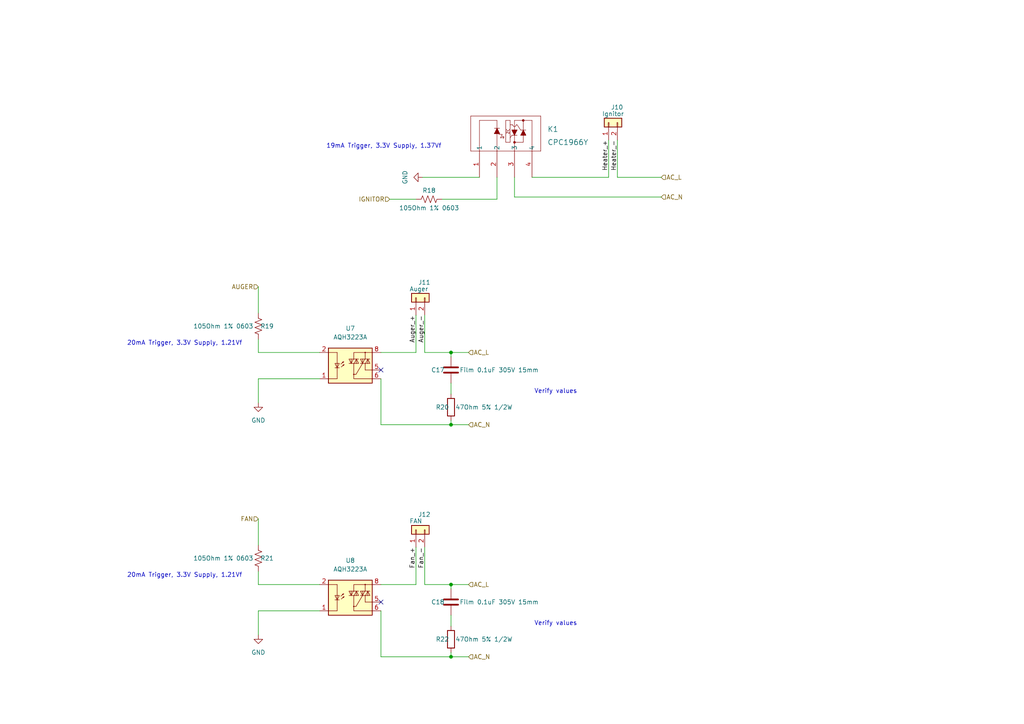
<source format=kicad_sch>
(kicad_sch (version 20211123) (generator eeschema)
  (paper "A4")
  (lib_symbols
    (symbol "CPC1966Y:CPC1966Y" (pin_names (offset 0.254))
      (property "Reference" "K" (at 12.954 7.112 0))
      (property "Value" "CPC1966Y" (at 20.32 5.08 0))
      (symbol "CPC1966Y_0_1"
        (polyline (pts (xy 7.62 -17.78) (xy 17.78 -17.78)) (stroke (width 0.127)))
        (polyline (pts (xy 7.62 -10.16) (xy 16.51 -10.16)) (stroke (width 0.127)))
        (polyline (pts (xy 7.62 0) (xy 16.51 0)) (stroke (width 0.127)))
        (polyline (pts (xy 7.62 2.54) (xy 7.62 -17.78)) (stroke (width 0.127)))
        (polyline (pts (xy 10.16 -12.7) (xy 16.51 -12.7)) (stroke (width 0.127)))
        (polyline (pts (xy 10.16 -10.16) (xy 10.16 -12.7)) (stroke (width 0.127)))
        (polyline (pts (xy 10.16 -8.89) (xy 16.51 -8.89)) (stroke (width 0.127)))
        (polyline (pts (xy 10.16 -7.62) (xy 10.16 -8.89)) (stroke (width 0.127)))
        (polyline (pts (xy 11.43 -6.096) (xy 11.684 -7.112)) (stroke (width 0.127)))
        (polyline (pts (xy 11.684 -7.112) (xy 11.176 -6.858)) (stroke (width 0.127)))
        (polyline (pts (xy 11.684 -7.112) (xy 11.938 -6.604)) (stroke (width 0.127)))
        (polyline (pts (xy 12.192 -11.938) (xy 12.192 -13.462)) (stroke (width 0.127)))
        (polyline (pts (xy 12.192 -11.938) (xy 13.716 -12.7)) (stroke (width 0.127)))
        (polyline (pts (xy 12.192 -10.16) (xy 13.716 -9.398)) (stroke (width 0.127)))
        (polyline (pts (xy 12.192 -9.398) (xy 11.43 -8.89)) (stroke (width 0.127)))
        (polyline (pts (xy 12.192 -9.398) (xy 12.192 -10.922)) (stroke (width 0.127)))
        (polyline (pts (xy 12.446 -6.604) (xy 11.43 -6.096)) (stroke (width 0.127)))
        (polyline (pts (xy 12.446 -5.588) (xy 12.446 -6.604)) (stroke (width 0.127)))
        (polyline (pts (xy 12.7 -7.874) (xy 13.208 -7.874)) (stroke (width 0.127)))
        (polyline (pts (xy 12.7 -4.318) (xy 12.7 -5.842)) (stroke (width 0.127)))
        (polyline (pts (xy 12.7 -4.318) (xy 12.7 -5.588)) (fill (type outline)))
        (polyline (pts (xy 12.7 -4.318) (xy 14.224 -5.08)) (stroke (width 0.127)))
        (polyline (pts (xy 13.208 -8.636) (xy 12.7 -8.636)) (stroke (width 0.127)))
        (polyline (pts (xy 13.208 -7.874) (xy 12.7 -8.636)) (stroke (width 0.127)))
        (polyline (pts (xy 13.462 -8.382) (xy 13.716 -8.636)) (stroke (width 0.127)))
        (polyline (pts (xy 13.462 -8.128) (xy 13.462 -8.382)) (stroke (width 0.127)))
        (polyline (pts (xy 13.716 -13.462) (xy 13.716 -11.938)) (stroke (width 0.127)))
        (polyline (pts (xy 13.716 -12.7) (xy 12.192 -13.462)) (stroke (width 0.127)))
        (polyline (pts (xy 13.716 -10.922) (xy 12.192 -10.16)) (stroke (width 0.127)))
        (polyline (pts (xy 13.716 -10.922) (xy 13.716 -9.398)) (stroke (width 0.127)))
        (polyline (pts (xy 13.716 -8.636) (xy 13.97 -8.636)) (stroke (width 0.127)))
        (polyline (pts (xy 13.716 -7.874) (xy 13.462 -8.128)) (stroke (width 0.127)))
        (polyline (pts (xy 13.97 -7.874) (xy 13.716 -7.874)) (stroke (width 0.127)))
        (polyline (pts (xy 14.224 -5.842) (xy 14.224 -4.318)) (stroke (width 0.127)))
        (polyline (pts (xy 14.224 -5.08) (xy 12.7 -5.842)) (stroke (width 0.127)))
        (polyline (pts (xy 15.24 -10.922) (xy 13.716 -11.938)) (stroke (width 0.127)))
        (polyline (pts (xy 15.24 -10.922) (xy 15.24 -10.668)) (stroke (width 0.127)))
        (polyline (pts (xy 15.24 -8.89) (xy 15.24 -9.652)) (stroke (width 0.127)))
        (polyline (pts (xy 16.51 -15.24) (xy 7.62 -15.24)) (stroke (width 0.127)))
        (polyline (pts (xy 16.51 -10.16) (xy 16.51 -15.24)) (stroke (width 0.127)))
        (polyline (pts (xy 16.51 -7.62) (xy 10.16 -7.62)) (stroke (width 0.127)))
        (polyline (pts (xy 16.51 -7.62) (xy 16.51 -8.89)) (stroke (width 0.127)))
        (polyline (pts (xy 16.51 -5.08) (xy 7.62 -5.08)) (stroke (width 0.127)))
        (polyline (pts (xy 16.51 0) (xy 16.51 -5.08)) (stroke (width 0.127)))
        (polyline (pts (xy 17.78 -17.78) (xy 17.78 2.54)) (stroke (width 0.127)))
        (polyline (pts (xy 17.78 2.54) (xy 7.62 2.54)) (stroke (width 0.127)))
        (polyline (pts (xy 12.192 -11.938) (xy 12.192 -13.462) (xy 13.716 -12.7)) (fill (type outline)))
        (polyline (pts (xy 12.7 -4.318) (xy 12.7 -5.842) (xy 14.224 -5.08)) (fill (type outline)))
        (polyline (pts (xy 13.716 -10.922) (xy 13.716 -9.398) (xy 12.192 -10.16)) (fill (type outline)))
        (circle (center 10.16 -10.16) (radius 0.2032) (stroke (width 0.3048)))
        (arc (start 15.24 -9.652) (mid 14.732 -10.16) (end 15.24 -10.668) (stroke (width 0.127)))
        (circle (center 16.51 -12.7) (radius 0.2032) (stroke (width 0.3048)))
        (pin unspecified line (at 0 0 0) (length 7.62) (name "1") (number "1"))
        (pin unspecified line (at 0 -5.08 0) (length 7.62) (name "2") (number "2"))
        (pin unspecified line (at 0 -10.16 0) (length 7.62) (name "3") (number "3"))
        (pin unspecified line (at 0 -15.24 0) (length 7.62) (name "4") (number "4"))
      )
    )
    (symbol "Connector_Generic:Conn_01x02" (pin_names (offset 1.016) hide)
      (property "Reference" "J" (at 0 2.54 0))
      (property "Value" "Conn_01x02" (at 0 -5.08 0))
      (symbol "Conn_01x02_1_1"
        (rectangle (start -1.27 -2.413) (end 0 -2.667) (stroke (width 0.1524)))
        (rectangle (start -1.27 0.127) (end 0 -0.127) (stroke (width 0.1524)))
        (rectangle (start -1.27 1.27) (end 1.27 -3.81) (stroke (width 0.254)) (fill (type background)))
        (pin passive line (at -5.08 0 0) (length 3.81) (name "Pin_1") (number "1"))
        (pin passive line (at -5.08 -2.54 0) (length 3.81) (name "Pin_2") (number "2"))
      )
    )
    (symbol "Device:C" (pin_numbers hide) (pin_names (offset 0.254))
      (property "Reference" "C" (at 0.635 2.54 0))
      (property "Value" "C" (at 0.635 -2.54 0))
      (symbol "C_0_1"
        (polyline (pts (xy -2.032 -0.762) (xy 2.032 -0.762)) (stroke (width 0.508)))
        (polyline (pts (xy -2.032 0.762) (xy 2.032 0.762)) (stroke (width 0.508)))
      )
      (symbol "C_1_1"
        (pin passive line (at 0 3.81 270) (length 2.794) (name "~") (number "1"))
        (pin passive line (at 0 -3.81 90) (length 2.794) (name "~") (number "2"))
      )
    )
    (symbol "Device:R" (pin_numbers hide) (pin_names (offset 0))
      (property "Reference" "R" (at 2.032 0 90))
      (property "Value" "R" (at 0 0 90))
      (symbol "R_0_1"
        (rectangle (start -1.016 -2.54) (end 1.016 2.54) (stroke (width 0.254)))
      )
      (symbol "R_1_1"
        (pin passive line (at 0 3.81 270) (length 1.27) (name "~") (number "1"))
        (pin passive line (at 0 -3.81 90) (length 1.27) (name "~") (number "2"))
      )
    )
    (symbol "Device:R_US" (pin_numbers hide) (pin_names (offset 0))
      (property "Reference" "R" (at 2.54 0 90))
      (property "Value" "R_US" (at -2.54 0 90))
      (symbol "R_US_0_1"
        (polyline (pts (xy 0 -2.286) (xy 0 -2.54)))
        (polyline (pts (xy 0 2.286) (xy 0 2.54)))
        (polyline (pts (xy 0 -0.762) (xy 1.016 -1.143) (xy 0 -1.524) (xy -1.016 -1.905) (xy 0 -2.286)))
        (polyline (pts (xy 0 0.762) (xy 1.016 0.381) (xy 0 0) (xy -1.016 -0.381) (xy 0 -0.762)))
        (polyline (pts (xy 0 2.286) (xy 1.016 1.905) (xy 0 1.524) (xy -1.016 1.143) (xy 0 0.762)))
      )
      (symbol "R_US_1_1"
        (pin passive line (at 0 3.81 270) (length 1.27) (name "~") (number "1"))
        (pin passive line (at 0 -3.81 90) (length 1.27) (name "~") (number "2"))
      )
    )
    (symbol "Relay_SolidState:AQH3223A"
      (property "Reference" "U" (at -5.08 5.08 0))
      (property "Value" "AQH3223A" (at 0 5.08 0))
      (symbol "AQH3223A_1_1"
        (rectangle (start -7.62 3.81) (end 5.08 -6.35) (stroke (width 0.254)) (fill (type background)))
        (circle (center -0.254 -3.81) (radius 0.127))
        (polyline (pts (xy -5.715 -1.905) (xy -4.445 -1.905)))
        (polyline (pts (xy -5.08 -5.08) (xy -7.62 -5.08)))
        (polyline (pts (xy -5.08 -1.905) (xy -5.08 -5.08)))
        (polyline (pts (xy -5.08 -0.635) (xy -5.08 -1.905)))
        (polyline (pts (xy -5.08 -0.635) (xy -5.08 2.54)))
        (polyline (pts (xy -5.08 2.54) (xy -7.493 2.54)))
        (polyline (pts (xy -3.3782 -0.2794) (xy -4.0132 -0.8128)))
        (polyline (pts (xy -3.2512 -1.1176) (xy -3.8862 -1.651)))
        (polyline (pts (xy -1.016 -0.635) (xy -1.016 0.635)))
        (polyline (pts (xy -0.254 -3.81) (xy 0.381 -3.81)))
        (polyline (pts (xy -0.254 -2.54) (xy -0.254 -5.08)))
        (polyline (pts (xy -0.254 -2.54) (xy -0.254 -0.635)))
        (polyline (pts (xy 0.381 -3.81) (xy 2.286 -0.635)))
        (polyline (pts (xy 0.508 0.635) (xy 0.508 -0.635)))
        (polyline (pts (xy 2.286 -0.635) (xy 2.286 0.635)))
        (polyline (pts (xy 3.048 -2.54) (xy 5.08 -2.54)))
        (polyline (pts (xy 3.048 -0.635) (xy 3.048 -2.54)))
        (polyline (pts (xy 3.048 2.54) (xy 3.048 0.635)))
        (polyline (pts (xy 3.81 0.635) (xy 3.81 -0.635)))
        (polyline (pts (xy 5.08 -5.08) (xy -0.254 -5.08)))
        (polyline (pts (xy 5.08 2.54) (xy 3.048 2.54)))
        (polyline (pts (xy 3.048 2.54) (xy -0.254 2.54) (xy -0.254 0.635)))
        (polyline (pts (xy -5.08 -1.905) (xy -5.715 -0.635) (xy -4.445 -0.635) (xy -5.08 -1.905)))
        (polyline (pts (xy -3.556 -0.254) (xy -3.3782 -0.4318) (xy -3.1496 -0.1016) (xy -3.556 -0.254)))
        (polyline (pts (xy -3.429 -1.0922) (xy -3.2512 -1.27) (xy -3.0226 -0.9398) (xy -3.429 -1.0922)))
        (polyline (pts (xy -1.651 -0.635) (xy 1.143 -0.635) (xy 0.508 0.635) (xy -0.127 -0.635)))
        (polyline (pts (xy 1.143 0.635) (xy -1.651 0.635) (xy -1.016 -0.635) (xy -0.381 0.635)))
        (polyline (pts (xy 1.651 -0.635) (xy 4.445 -0.635) (xy 3.81 0.635) (xy 3.175 -0.635)))
        (polyline (pts (xy 4.445 0.635) (xy 1.651 0.635) (xy 2.286 -0.635) (xy 2.921 0.635)))
        (circle (center 3.048 2.54) (radius 0.127))
        (pin passive line (at -10.16 -5.08 0) (length 2.54) (name "~") (number "1"))
        (pin passive line (at -10.16 2.54 0) (length 2.54) (name "~") (number "2"))
        (pin passive line (at -10.16 -5.08 0) (length 2.54) hide (name "~") (number "3"))
        (pin passive line (at -10.16 -5.08 0) (length 2.54) hide (name "~") (number "4"))
        (pin passive line (at 7.62 -2.54 180) (length 2.54) (name "~") (number "5"))
        (pin passive line (at 7.62 -5.08 180) (length 2.54) (name "~") (number "6"))
        (pin passive line (at 7.62 2.54 180) (length 2.54) (name "~") (number "8"))
      )
    )
    (symbol "power:GND" (power) (pin_names (offset 0))
      (property "Value" "GND" (at 0 -3.81 0))
      (symbol "GND_0_1"
        (polyline (pts (xy 0 0) (xy 0 -1.27) (xy 1.27 -1.27) (xy 0 -2.54) (xy -1.27 -1.27) (xy 0 -1.27)))
      )
      (symbol "GND_1_1"
        (pin power_in line (at 0 0 270) (length 0) hide (name "GND") (number "1"))
      )
    )
  )
  (junction (at 130.81 102.235))
  (junction (at 130.81 190.5))
  (junction (at 130.81 169.545))
  (junction (at 130.81 123.19))
  (no_connect (at 110.49 107.315))
  (no_connect (at 110.49 174.625))
  (wire (pts (xy 176.53 40.64) (xy 176.53 51.435)))
  (wire (pts (xy 123.19 169.545) (xy 130.81 169.545)))
  (wire (pts (xy 74.93 177.165) (xy 74.93 184.15)))
  (wire (pts (xy 179.07 51.435) (xy 191.77 51.435)))
  (wire (pts (xy 110.49 190.5) (xy 130.81 190.5)))
  (wire (pts (xy 123.19 91.44) (xy 123.19 102.235)))
  (wire (pts (xy 144.145 57.785) (xy 144.145 51.435)))
  (wire (pts (xy 92.71 177.165) (xy 74.93 177.165)))
  (wire (pts (xy 122.555 51.435) (xy 139.065 51.435)))
  (wire (pts (xy 110.49 123.19) (xy 130.81 123.19)))
  (wire (pts (xy 130.81 190.5) (xy 135.89 190.5)))
  (wire (pts (xy 130.81 121.92) (xy 130.81 123.19)))
  (wire (pts (xy 74.93 109.855) (xy 74.93 116.84)))
  (wire (pts (xy 74.93 102.235) (xy 74.93 98.425)))
  (wire (pts (xy 130.81 102.235) (xy 130.81 103.505)))
  (wire (pts (xy 130.81 169.545) (xy 135.89 169.545)))
  (wire (pts (xy 149.225 51.435) (xy 149.225 57.15)))
  (wire (pts (xy 128.27 57.785) (xy 144.145 57.785)))
  (wire (pts (xy 74.93 158.115) (xy 74.93 150.495)))
  (wire (pts (xy 123.19 158.75) (xy 123.19 169.545)))
  (wire (pts (xy 123.19 102.235) (xy 130.81 102.235)))
  (wire (pts (xy 120.65 91.44) (xy 120.65 102.235)))
  (wire (pts (xy 110.49 102.235) (xy 120.65 102.235)))
  (wire (pts (xy 74.93 169.545) (xy 92.71 169.545)))
  (wire (pts (xy 120.65 158.75) (xy 120.65 169.545)))
  (wire (pts (xy 110.49 169.545) (xy 120.65 169.545)))
  (wire (pts (xy 130.81 178.435) (xy 130.81 181.61)))
  (wire (pts (xy 74.93 102.235) (xy 92.71 102.235)))
  (wire (pts (xy 110.49 177.165) (xy 110.49 190.5)))
  (wire (pts (xy 92.71 109.855) (xy 74.93 109.855)))
  (wire (pts (xy 130.81 102.235) (xy 135.89 102.235)))
  (wire (pts (xy 130.81 189.23) (xy 130.81 190.5)))
  (wire (pts (xy 149.225 57.15) (xy 191.77 57.15)))
  (wire (pts (xy 179.07 40.64) (xy 179.07 51.435)))
  (wire (pts (xy 130.81 111.125) (xy 130.81 114.3)))
  (wire (pts (xy 130.81 169.545) (xy 130.81 170.815)))
  (wire (pts (xy 130.81 123.19) (xy 135.89 123.19)))
  (wire (pts (xy 110.49 109.855) (xy 110.49 123.19)))
  (wire (pts (xy 154.305 51.435) (xy 176.53 51.435)))
  (wire (pts (xy 74.93 90.805) (xy 74.93 83.185)))
  (wire (pts (xy 120.65 57.785) (xy 113.03 57.785)))
  (wire (pts (xy 74.93 169.545) (xy 74.93 165.735)))
  (text "20mA Trigger, 3.3V Supply, 1.21Vf" (at 36.83 100.33 0) (effects (font (size 1.27 1.27)) (justify left bottom)))
  (text "Verify values\n" (at 154.94 114.3 0) (effects (font (size 1.27 1.27)) (justify left bottom)))
  (text "Verify values\n" (at 154.94 181.61 0) (effects (font (size 1.27 1.27)) (justify left bottom)))
  (text "20mA Trigger, 3.3V Supply, 1.21Vf" (at 36.83 167.64 0) (effects (font (size 1.27 1.27)) (justify left bottom)))
  (text "19mA Trigger, 3.3V Supply, 1.37Vf" (at 94.615 43.18 0) (effects (font (size 1.27 1.27)) (justify left bottom)))
  (label "Heater_+" (at 176.53 40.64 270))
  (label "Fan_+" (at 120.65 158.75 270))
  (label "Auger_-" (at 123.19 91.44 270))
  (label "Auger_+" (at 120.65 91.44 270))
  (label "Heater_-" (at 179.07 40.64 270))
  (label "Fan_-" (at 123.19 158.75 270))
  (hierarchical_label "AC_N" (shape input) (at 135.89 190.5 0))
  (hierarchical_label "AC_L" (shape input) (at 135.89 102.235 0))
  (hierarchical_label "AC_L" (shape input) (at 191.77 51.435 0))
  (hierarchical_label "IGNITOR" (shape input) (at 113.03 57.785 180))
  (hierarchical_label "AC_N" (shape input) (at 135.89 123.19 0))
  (hierarchical_label "AC_L" (shape input) (at 135.89 169.545 0))
  (hierarchical_label "AUGER" (shape input) (at 74.93 83.185 180))
  (hierarchical_label "AC_N" (shape input) (at 191.77 57.15 0))
  (hierarchical_label "FAN" (shape input) (at 74.93 150.495 180))
  (symbol (lib_id "Connector_Generic:Conn_01x02") (at 120.65 153.67 90) (unit 1)
    (property "Reference" "J12" (at 121.285 149.225 90) (effects (justify right)))
    (property "Value" "FAN" (at 118.745 151.13 90) (effects (justify right)))
    (property "Footprint" "TestPoint:TestPoint_2Pads_Pitch5.08mm_Drill1.3mm" (effects hide))
  )
  (symbol (lib_id "Relay_SolidState:AQH3223A") (at 102.87 172.085 0) (unit 1)
    (property "Reference" "U8" (at 101.6 162.56 0))
    (property "Value" "AQH3223A" (at 101.6 165.1 0))
    (property "Footprint" "Package_SO:SSO-7-8_6.4x9.78mm_P2.54mm" (effects hide))
    (property "Datasheet" "https://b2b-api.panasonic.eu/file_stream/pids/fileversion/2787" (effects hide))
    (property "Manufacturer" "Panasonic Electric Works" (effects hide))
    (property "Manufacturer Part Number" "AQH3223A" (effects hide))
    (property "Vendor" "Digikey" (effects hide))
    (property "Vendor Part Number" "255-2663-ND" (effects hide))
  )
  (symbol (lib_id "Device:C") (at 130.81 107.315 0) (unit 1)
    (property "Reference" "C17" (at 127 107.315 0))
    (property "Value" "Film 0.1uF 305V 15mm" (at 144.78 107.315 0))
    (property "Footprint" "Capacitor_THT:C_Rect_L18.0mm_W6.0mm_P15.00mm_FKS3_FKP3" (effects hide))
    (property "Manufacturer" "EPCOS - TDK Electronics" (effects hide))
    (property "Manufacturer Part Number" "B32932A3104K000" (effects hide))
    (property "Vendor" "Digikey" (effects hide))
    (property "Vendor Part Number" "495-4349-ND" (effects hide))
  )
  (symbol (lib_id "Device:C") (at 130.81 174.625 0) (unit 1)
    (property "Reference" "C18" (at 127 174.625 0))
    (property "Value" "Film 0.1uF 305V 15mm" (at 144.78 174.625 0))
    (property "Footprint" "Capacitor_THT:C_Rect_L18.0mm_W6.0mm_P15.00mm_FKS3_FKP3" (effects hide))
    (property "Manufacturer" "EPCOS - TDK Electronics" (effects hide))
    (property "Manufacturer Part Number" "B32932A3104K000" (effects hide))
    (property "Vendor" "Digikey" (effects hide))
    (property "Vendor Part Number" "495-4349-ND" (effects hide))
  )
  (symbol (lib_id "Relay_SolidState:AQH3223A") (at 102.87 104.775 0) (unit 1)
    (property "Reference" "U7" (at 101.6 95.25 0))
    (property "Value" "AQH3223A" (at 101.6 97.79 0))
    (property "Footprint" "Package_SO:SSO-7-8_6.4x9.78mm_P2.54mm" (effects hide))
    (property "Datasheet" "https://b2b-api.panasonic.eu/file_stream/pids/fileversion/2787" (effects hide))
    (property "Manufacturer" "Panasonic Electric Works" (effects hide))
    (property "Manufacturer Part Number" "AQH3223A" (effects hide))
    (property "Vendor" "Digikey" (effects hide))
    (property "Vendor Part Number" "255-2663-ND" (effects hide))
  )
  (symbol (lib_id "CPC1966Y:CPC1966Y") (at 139.065 51.435 90) (unit 1)
    (property "Reference" "K1" (at 158.75 37.465 90) (effects (font (size 1.524 1.524)) (justify right)))
    (property "Value" "CPC1966Y" (at 158.75 41.275 90) (effects (font (size 1.524 1.524)) (justify right)))
    (property "Footprint" "Customs Smoker:SIP4_CPC1966Y_LTF" (effects hide))
    (property "Datasheet" "CPC1966Y" (effects hide))
    (property "Manufacturer" "IXYS Integrated Circuits Division" (effects hide))
    (property "Manufacturer Part Number" "CPC1966Y" (effects hide))
    (property "Vendor" "Digikey" (effects hide))
    (property "Vendor Part Number" "CLA393-ND" (effects hide))
  )
  (symbol (lib_id "Device:R") (at 130.81 118.11 0) (unit 1)
    (property "Reference" "R20" (at 126.365 118.11 0) (effects (justify left)))
    (property "Value" "47Ohm 5% 1/2W" (at 132.08 118.11 0) (effects (justify left)))
    (property "Footprint" "Resistor_THT:R_Axial_DIN0204_L3.6mm_D1.6mm_P5.08mm_Vertical" (effects hide))
    (property "Manufacturer" "Stackpole Electronics Inc" (effects hide))
    (property "Manufacturer Part Number" "CFM12JT47R0" (effects hide))
    (property "Vendor" "Digikey" (effects hide))
    (property "Vendor Part Number" "S47HCT-ND" (effects hide))
  )
  (symbol (lib_id "power:GND") (at 74.93 116.84 0) (mirror y) (unit 1)
    (property "Reference" "#PWR060" (effects hide))
    (property "Value" "GND" (at 74.93 121.92 0))
  )
  (symbol (lib_id "Device:R_US") (at 74.93 161.925 0) (unit 1)
    (property "Reference" "R21" (at 77.47 161.925 0))
    (property "Value" "105Ohm 1% 0603" (at 64.77 161.925 0))
    (property "Footprint" "Resistor_SMD:R_0603_1608Metric" (effects hide))
    (property "Manufacturer" "YAGEO" (effects hide))
    (property "Manufacturer Part Number" "RC0603FR-07105RL" (effects hide))
    (property "Vendor" "Digikey" (effects hide))
    (property "Vendor Part Number" "311-105HRCT-ND" (effects hide))
  )
  (symbol (lib_id "power:GND") (at 74.93 184.15 0) (mirror y) (unit 1)
    (property "Reference" "#PWR061" (effects hide))
    (property "Value" "GND" (at 74.93 189.23 0))
  )
  (symbol (lib_id "Device:R") (at 130.81 185.42 0) (unit 1)
    (property "Reference" "R22" (at 126.365 185.42 0) (effects (justify left)))
    (property "Value" "47Ohm 5% 1/2W" (at 132.08 185.42 0) (effects (justify left)))
    (property "Footprint" "Resistor_THT:R_Axial_DIN0204_L3.6mm_D1.6mm_P5.08mm_Vertical" (effects hide))
    (property "Manufacturer" "Stackpole Electronics Inc" (effects hide))
    (property "Manufacturer Part Number" "CFM12JT47R0" (effects hide))
    (property "Vendor" "Digikey" (effects hide))
    (property "Vendor Part Number" "S47HCT-ND" (effects hide))
  )
  (symbol (lib_id "Device:R_US") (at 74.93 94.615 0) (unit 1)
    (property "Reference" "R19" (at 77.47 94.615 0))
    (property "Value" "105Ohm 1% 0603" (at 64.77 94.615 0))
    (property "Footprint" "Resistor_SMD:R_0603_1608Metric" (effects hide))
    (property "Manufacturer" "YAGEO" (effects hide))
    (property "Manufacturer Part Number" "RC0603FR-07105RL" (effects hide))
    (property "Vendor" "Digikey" (effects hide))
    (property "Vendor Part Number" "311-105HRCT-ND" (effects hide))
  )
  (symbol (lib_id "Device:R_US") (at 124.46 57.785 90) (unit 1)
    (property "Reference" "R18" (at 124.46 55.245 90))
    (property "Value" "105Ohm 1% 0603" (at 124.46 60.325 90))
    (property "Footprint" "Resistor_SMD:R_0603_1608Metric" (effects hide))
    (property "Manufacturer" "YAGEO" (effects hide))
    (property "Manufacturer Part Number" "RC0603FR-07105RL" (effects hide))
    (property "Vendor" "Digikey" (effects hide))
    (property "Vendor Part Number" "311-105HRCT-ND" (effects hide))
  )
  (symbol (lib_id "Connector_Generic:Conn_01x02") (at 176.53 35.56 90) (unit 1)
    (property "Reference" "J10" (at 177.165 31.115 90) (effects (justify right)))
    (property "Value" "Ignitor" (at 174.625 33.02 90) (effects (justify right)))
    (property "Footprint" "TestPoint:TestPoint_2Pads_Pitch5.08mm_Drill1.3mm" (effects hide))
  )
  (symbol (lib_id "power:GND") (at 122.555 51.435 270) (mirror x) (unit 1)
    (property "Reference" "#PWR059" (effects hide))
    (property "Value" "GND" (at 117.475 51.435 0))
  )
  (symbol (lib_id "Connector_Generic:Conn_01x02") (at 120.65 86.36 90) (unit 1)
    (property "Reference" "J11" (at 121.285 81.915 90) (effects (justify right)))
    (property "Value" "Auger" (at 118.745 83.82 90) (effects (justify right)))
    (property "Footprint" "TestPoint:TestPoint_2Pads_Pitch5.08mm_Drill1.3mm" (effects hide))
  )
)
</source>
